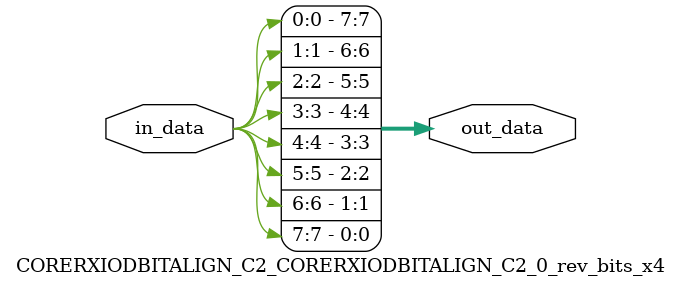
<source format=v>


module CORERXIODBITALIGN_C2_CORERXIODBITALIGN_C2_0_rev_bits_x4 ( in_data,out_data);
input [7:0] in_data;
output [7:0] out_data;

assign out_data = {in_data[0],in_data[1],in_data[2],in_data[3],in_data[4],in_data[5],in_data[6],in_data[7]};
//<statements>

endmodule


</source>
